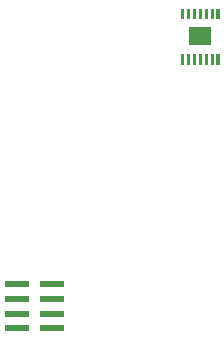
<source format=gbr>
G04 EAGLE Gerber RS-274X export*
G75*
%MOMM*%
%FSLAX34Y34*%
%LPD*%
%INSolderpaste Top*%
%IPPOS*%
%AMOC8*
5,1,8,0,0,1.08239X$1,22.5*%
G01*
%ADD10R,1.900666X1.640575*%
%ADD11C,0.067500*%
%ADD12R,2.039800X0.600000*%


D10*
X482603Y368297D03*
D11*
X468613Y352913D02*
X468613Y344987D01*
X466587Y344987D01*
X466587Y352913D01*
X468613Y352913D01*
X468613Y345628D02*
X466587Y345628D01*
X466587Y346269D02*
X468613Y346269D01*
X468613Y346910D02*
X466587Y346910D01*
X466587Y347551D02*
X468613Y347551D01*
X468613Y348192D02*
X466587Y348192D01*
X466587Y348833D02*
X468613Y348833D01*
X468613Y349474D02*
X466587Y349474D01*
X466587Y350115D02*
X468613Y350115D01*
X468613Y350756D02*
X466587Y350756D01*
X466587Y351397D02*
X468613Y351397D01*
X468613Y352038D02*
X466587Y352038D01*
X466587Y352679D02*
X468613Y352679D01*
X473613Y352913D02*
X473613Y344987D01*
X471587Y344987D01*
X471587Y352913D01*
X473613Y352913D01*
X473613Y345628D02*
X471587Y345628D01*
X471587Y346269D02*
X473613Y346269D01*
X473613Y346910D02*
X471587Y346910D01*
X471587Y347551D02*
X473613Y347551D01*
X473613Y348192D02*
X471587Y348192D01*
X471587Y348833D02*
X473613Y348833D01*
X473613Y349474D02*
X471587Y349474D01*
X471587Y350115D02*
X473613Y350115D01*
X473613Y350756D02*
X471587Y350756D01*
X471587Y351397D02*
X473613Y351397D01*
X473613Y352038D02*
X471587Y352038D01*
X471587Y352679D02*
X473613Y352679D01*
X478613Y352913D02*
X478613Y344987D01*
X476587Y344987D01*
X476587Y352913D01*
X478613Y352913D01*
X478613Y345628D02*
X476587Y345628D01*
X476587Y346269D02*
X478613Y346269D01*
X478613Y346910D02*
X476587Y346910D01*
X476587Y347551D02*
X478613Y347551D01*
X478613Y348192D02*
X476587Y348192D01*
X476587Y348833D02*
X478613Y348833D01*
X478613Y349474D02*
X476587Y349474D01*
X476587Y350115D02*
X478613Y350115D01*
X478613Y350756D02*
X476587Y350756D01*
X476587Y351397D02*
X478613Y351397D01*
X478613Y352038D02*
X476587Y352038D01*
X476587Y352679D02*
X478613Y352679D01*
X483613Y352913D02*
X483613Y344987D01*
X481587Y344987D01*
X481587Y352913D01*
X483613Y352913D01*
X483613Y345628D02*
X481587Y345628D01*
X481587Y346269D02*
X483613Y346269D01*
X483613Y346910D02*
X481587Y346910D01*
X481587Y347551D02*
X483613Y347551D01*
X483613Y348192D02*
X481587Y348192D01*
X481587Y348833D02*
X483613Y348833D01*
X483613Y349474D02*
X481587Y349474D01*
X481587Y350115D02*
X483613Y350115D01*
X483613Y350756D02*
X481587Y350756D01*
X481587Y351397D02*
X483613Y351397D01*
X483613Y352038D02*
X481587Y352038D01*
X481587Y352679D02*
X483613Y352679D01*
X488613Y352913D02*
X488613Y344987D01*
X486587Y344987D01*
X486587Y352913D01*
X488613Y352913D01*
X488613Y345628D02*
X486587Y345628D01*
X486587Y346269D02*
X488613Y346269D01*
X488613Y346910D02*
X486587Y346910D01*
X486587Y347551D02*
X488613Y347551D01*
X488613Y348192D02*
X486587Y348192D01*
X486587Y348833D02*
X488613Y348833D01*
X488613Y349474D02*
X486587Y349474D01*
X486587Y350115D02*
X488613Y350115D01*
X488613Y350756D02*
X486587Y350756D01*
X486587Y351397D02*
X488613Y351397D01*
X488613Y352038D02*
X486587Y352038D01*
X486587Y352679D02*
X488613Y352679D01*
X493613Y352913D02*
X493613Y344987D01*
X491587Y344987D01*
X491587Y352913D01*
X493613Y352913D01*
X493613Y345628D02*
X491587Y345628D01*
X491587Y346269D02*
X493613Y346269D01*
X493613Y346910D02*
X491587Y346910D01*
X491587Y347551D02*
X493613Y347551D01*
X493613Y348192D02*
X491587Y348192D01*
X491587Y348833D02*
X493613Y348833D01*
X493613Y349474D02*
X491587Y349474D01*
X491587Y350115D02*
X493613Y350115D01*
X493613Y350756D02*
X491587Y350756D01*
X491587Y351397D02*
X493613Y351397D01*
X493613Y352038D02*
X491587Y352038D01*
X491587Y352679D02*
X493613Y352679D01*
X498613Y352913D02*
X498613Y344987D01*
X496587Y344987D01*
X496587Y352913D01*
X498613Y352913D01*
X498613Y345628D02*
X496587Y345628D01*
X496587Y346269D02*
X498613Y346269D01*
X498613Y346910D02*
X496587Y346910D01*
X496587Y347551D02*
X498613Y347551D01*
X498613Y348192D02*
X496587Y348192D01*
X496587Y348833D02*
X498613Y348833D01*
X498613Y349474D02*
X496587Y349474D01*
X496587Y350115D02*
X498613Y350115D01*
X498613Y350756D02*
X496587Y350756D01*
X496587Y351397D02*
X498613Y351397D01*
X498613Y352038D02*
X496587Y352038D01*
X496587Y352679D02*
X498613Y352679D01*
X496587Y383687D02*
X496587Y391613D01*
X498613Y391613D01*
X498613Y383687D01*
X496587Y383687D01*
X496587Y384328D02*
X498613Y384328D01*
X498613Y384969D02*
X496587Y384969D01*
X496587Y385610D02*
X498613Y385610D01*
X498613Y386251D02*
X496587Y386251D01*
X496587Y386892D02*
X498613Y386892D01*
X498613Y387533D02*
X496587Y387533D01*
X496587Y388174D02*
X498613Y388174D01*
X498613Y388815D02*
X496587Y388815D01*
X496587Y389456D02*
X498613Y389456D01*
X498613Y390097D02*
X496587Y390097D01*
X496587Y390738D02*
X498613Y390738D01*
X498613Y391379D02*
X496587Y391379D01*
X491587Y391613D02*
X491587Y383687D01*
X491587Y391613D02*
X493613Y391613D01*
X493613Y383687D01*
X491587Y383687D01*
X491587Y384328D02*
X493613Y384328D01*
X493613Y384969D02*
X491587Y384969D01*
X491587Y385610D02*
X493613Y385610D01*
X493613Y386251D02*
X491587Y386251D01*
X491587Y386892D02*
X493613Y386892D01*
X493613Y387533D02*
X491587Y387533D01*
X491587Y388174D02*
X493613Y388174D01*
X493613Y388815D02*
X491587Y388815D01*
X491587Y389456D02*
X493613Y389456D01*
X493613Y390097D02*
X491587Y390097D01*
X491587Y390738D02*
X493613Y390738D01*
X493613Y391379D02*
X491587Y391379D01*
X486587Y391613D02*
X486587Y383687D01*
X486587Y391613D02*
X488613Y391613D01*
X488613Y383687D01*
X486587Y383687D01*
X486587Y384328D02*
X488613Y384328D01*
X488613Y384969D02*
X486587Y384969D01*
X486587Y385610D02*
X488613Y385610D01*
X488613Y386251D02*
X486587Y386251D01*
X486587Y386892D02*
X488613Y386892D01*
X488613Y387533D02*
X486587Y387533D01*
X486587Y388174D02*
X488613Y388174D01*
X488613Y388815D02*
X486587Y388815D01*
X486587Y389456D02*
X488613Y389456D01*
X488613Y390097D02*
X486587Y390097D01*
X486587Y390738D02*
X488613Y390738D01*
X488613Y391379D02*
X486587Y391379D01*
X481587Y391613D02*
X481587Y383687D01*
X481587Y391613D02*
X483613Y391613D01*
X483613Y383687D01*
X481587Y383687D01*
X481587Y384328D02*
X483613Y384328D01*
X483613Y384969D02*
X481587Y384969D01*
X481587Y385610D02*
X483613Y385610D01*
X483613Y386251D02*
X481587Y386251D01*
X481587Y386892D02*
X483613Y386892D01*
X483613Y387533D02*
X481587Y387533D01*
X481587Y388174D02*
X483613Y388174D01*
X483613Y388815D02*
X481587Y388815D01*
X481587Y389456D02*
X483613Y389456D01*
X483613Y390097D02*
X481587Y390097D01*
X481587Y390738D02*
X483613Y390738D01*
X483613Y391379D02*
X481587Y391379D01*
X476587Y391613D02*
X476587Y383687D01*
X476587Y391613D02*
X478613Y391613D01*
X478613Y383687D01*
X476587Y383687D01*
X476587Y384328D02*
X478613Y384328D01*
X478613Y384969D02*
X476587Y384969D01*
X476587Y385610D02*
X478613Y385610D01*
X478613Y386251D02*
X476587Y386251D01*
X476587Y386892D02*
X478613Y386892D01*
X478613Y387533D02*
X476587Y387533D01*
X476587Y388174D02*
X478613Y388174D01*
X478613Y388815D02*
X476587Y388815D01*
X476587Y389456D02*
X478613Y389456D01*
X478613Y390097D02*
X476587Y390097D01*
X476587Y390738D02*
X478613Y390738D01*
X478613Y391379D02*
X476587Y391379D01*
X471587Y391613D02*
X471587Y383687D01*
X471587Y391613D02*
X473613Y391613D01*
X473613Y383687D01*
X471587Y383687D01*
X471587Y384328D02*
X473613Y384328D01*
X473613Y384969D02*
X471587Y384969D01*
X471587Y385610D02*
X473613Y385610D01*
X473613Y386251D02*
X471587Y386251D01*
X471587Y386892D02*
X473613Y386892D01*
X473613Y387533D02*
X471587Y387533D01*
X471587Y388174D02*
X473613Y388174D01*
X473613Y388815D02*
X471587Y388815D01*
X471587Y389456D02*
X473613Y389456D01*
X473613Y390097D02*
X471587Y390097D01*
X471587Y390738D02*
X473613Y390738D01*
X473613Y391379D02*
X471587Y391379D01*
X466587Y391613D02*
X466587Y383687D01*
X466587Y391613D02*
X468613Y391613D01*
X468613Y383687D01*
X466587Y383687D01*
X466587Y384328D02*
X468613Y384328D01*
X468613Y384969D02*
X466587Y384969D01*
X466587Y385610D02*
X468613Y385610D01*
X468613Y386251D02*
X466587Y386251D01*
X466587Y386892D02*
X468613Y386892D01*
X468613Y387533D02*
X466587Y387533D01*
X466587Y388174D02*
X468613Y388174D01*
X468613Y388815D02*
X466587Y388815D01*
X466587Y389456D02*
X468613Y389456D01*
X468613Y390097D02*
X466587Y390097D01*
X466587Y390738D02*
X468613Y390738D01*
X468613Y391379D02*
X466587Y391379D01*
D12*
X328090Y158450D03*
X328090Y145950D03*
X328090Y133450D03*
X328090Y120950D03*
X357710Y120950D03*
X357710Y133450D03*
X357710Y145950D03*
X357710Y158450D03*
M02*

</source>
